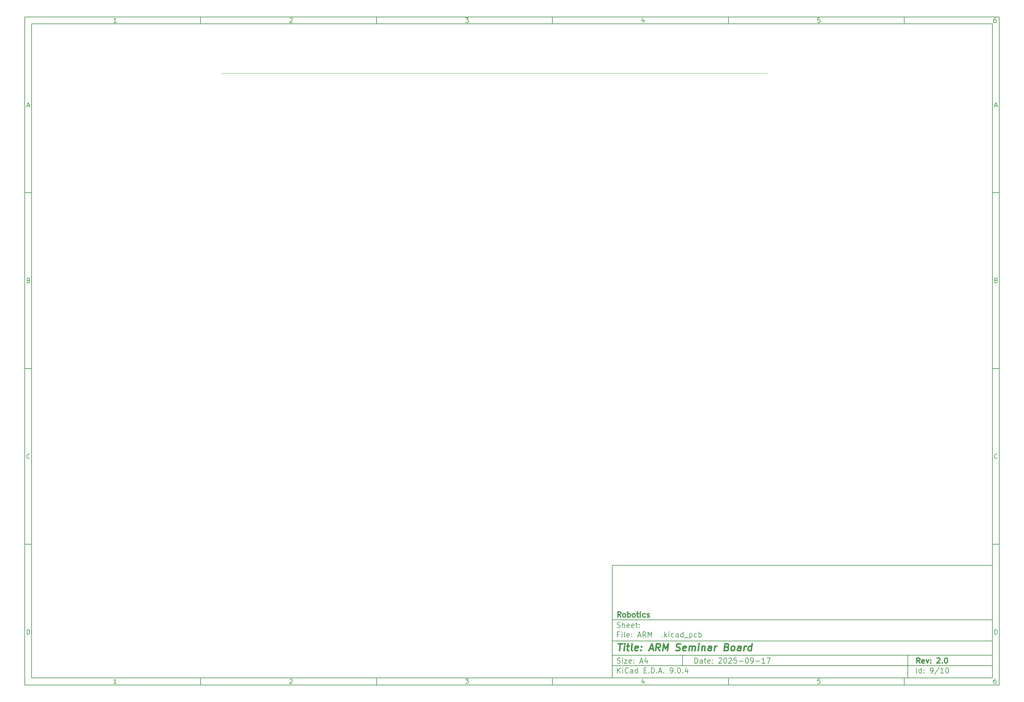
<source format=gbr>
G04 #@! TF.GenerationSoftware,KiCad,Pcbnew,9.0.4*
G04 #@! TF.CreationDate,2025-09-17T17:29:24+09:00*
G04 #@! TF.ProjectId,ARM ___ __,41524d20-38f8-4982-90f4-dc2e6b696361,2.0*
G04 #@! TF.SameCoordinates,Original*
G04 #@! TF.FileFunction,Other,ECO1*
%FSLAX46Y46*%
G04 Gerber Fmt 4.6, Leading zero omitted, Abs format (unit mm)*
G04 Created by KiCad (PCBNEW 9.0.4) date 2025-09-17 17:29:24*
%MOMM*%
%LPD*%
G01*
G04 APERTURE LIST*
%ADD10C,0.100000*%
%ADD11C,0.150000*%
%ADD12C,0.300000*%
%ADD13C,0.400000*%
G04 APERTURE END LIST*
D10*
D11*
X177002200Y-166007200D02*
X285002200Y-166007200D01*
X285002200Y-198007200D01*
X177002200Y-198007200D01*
X177002200Y-166007200D01*
D10*
D11*
X10000000Y-10000000D02*
X287002200Y-10000000D01*
X287002200Y-200007200D01*
X10000000Y-200007200D01*
X10000000Y-10000000D01*
D10*
D11*
X12000000Y-12000000D02*
X285002200Y-12000000D01*
X285002200Y-198007200D01*
X12000000Y-198007200D01*
X12000000Y-12000000D01*
D10*
D11*
X60000000Y-12000000D02*
X60000000Y-10000000D01*
D10*
D11*
X110000000Y-12000000D02*
X110000000Y-10000000D01*
D10*
D11*
X160000000Y-12000000D02*
X160000000Y-10000000D01*
D10*
D11*
X210000000Y-12000000D02*
X210000000Y-10000000D01*
D10*
D11*
X260000000Y-12000000D02*
X260000000Y-10000000D01*
D10*
D11*
X36089160Y-11593604D02*
X35346303Y-11593604D01*
X35717731Y-11593604D02*
X35717731Y-10293604D01*
X35717731Y-10293604D02*
X35593922Y-10479319D01*
X35593922Y-10479319D02*
X35470112Y-10603128D01*
X35470112Y-10603128D02*
X35346303Y-10665033D01*
D10*
D11*
X85346303Y-10417414D02*
X85408207Y-10355509D01*
X85408207Y-10355509D02*
X85532017Y-10293604D01*
X85532017Y-10293604D02*
X85841541Y-10293604D01*
X85841541Y-10293604D02*
X85965350Y-10355509D01*
X85965350Y-10355509D02*
X86027255Y-10417414D01*
X86027255Y-10417414D02*
X86089160Y-10541223D01*
X86089160Y-10541223D02*
X86089160Y-10665033D01*
X86089160Y-10665033D02*
X86027255Y-10850747D01*
X86027255Y-10850747D02*
X85284398Y-11593604D01*
X85284398Y-11593604D02*
X86089160Y-11593604D01*
D10*
D11*
X135284398Y-10293604D02*
X136089160Y-10293604D01*
X136089160Y-10293604D02*
X135655826Y-10788842D01*
X135655826Y-10788842D02*
X135841541Y-10788842D01*
X135841541Y-10788842D02*
X135965350Y-10850747D01*
X135965350Y-10850747D02*
X136027255Y-10912652D01*
X136027255Y-10912652D02*
X136089160Y-11036461D01*
X136089160Y-11036461D02*
X136089160Y-11345985D01*
X136089160Y-11345985D02*
X136027255Y-11469795D01*
X136027255Y-11469795D02*
X135965350Y-11531700D01*
X135965350Y-11531700D02*
X135841541Y-11593604D01*
X135841541Y-11593604D02*
X135470112Y-11593604D01*
X135470112Y-11593604D02*
X135346303Y-11531700D01*
X135346303Y-11531700D02*
X135284398Y-11469795D01*
D10*
D11*
X185965350Y-10726938D02*
X185965350Y-11593604D01*
X185655826Y-10231700D02*
X185346303Y-11160271D01*
X185346303Y-11160271D02*
X186151064Y-11160271D01*
D10*
D11*
X236027255Y-10293604D02*
X235408207Y-10293604D01*
X235408207Y-10293604D02*
X235346303Y-10912652D01*
X235346303Y-10912652D02*
X235408207Y-10850747D01*
X235408207Y-10850747D02*
X235532017Y-10788842D01*
X235532017Y-10788842D02*
X235841541Y-10788842D01*
X235841541Y-10788842D02*
X235965350Y-10850747D01*
X235965350Y-10850747D02*
X236027255Y-10912652D01*
X236027255Y-10912652D02*
X236089160Y-11036461D01*
X236089160Y-11036461D02*
X236089160Y-11345985D01*
X236089160Y-11345985D02*
X236027255Y-11469795D01*
X236027255Y-11469795D02*
X235965350Y-11531700D01*
X235965350Y-11531700D02*
X235841541Y-11593604D01*
X235841541Y-11593604D02*
X235532017Y-11593604D01*
X235532017Y-11593604D02*
X235408207Y-11531700D01*
X235408207Y-11531700D02*
X235346303Y-11469795D01*
D10*
D11*
X285965350Y-10293604D02*
X285717731Y-10293604D01*
X285717731Y-10293604D02*
X285593922Y-10355509D01*
X285593922Y-10355509D02*
X285532017Y-10417414D01*
X285532017Y-10417414D02*
X285408207Y-10603128D01*
X285408207Y-10603128D02*
X285346303Y-10850747D01*
X285346303Y-10850747D02*
X285346303Y-11345985D01*
X285346303Y-11345985D02*
X285408207Y-11469795D01*
X285408207Y-11469795D02*
X285470112Y-11531700D01*
X285470112Y-11531700D02*
X285593922Y-11593604D01*
X285593922Y-11593604D02*
X285841541Y-11593604D01*
X285841541Y-11593604D02*
X285965350Y-11531700D01*
X285965350Y-11531700D02*
X286027255Y-11469795D01*
X286027255Y-11469795D02*
X286089160Y-11345985D01*
X286089160Y-11345985D02*
X286089160Y-11036461D01*
X286089160Y-11036461D02*
X286027255Y-10912652D01*
X286027255Y-10912652D02*
X285965350Y-10850747D01*
X285965350Y-10850747D02*
X285841541Y-10788842D01*
X285841541Y-10788842D02*
X285593922Y-10788842D01*
X285593922Y-10788842D02*
X285470112Y-10850747D01*
X285470112Y-10850747D02*
X285408207Y-10912652D01*
X285408207Y-10912652D02*
X285346303Y-11036461D01*
D10*
D11*
X60000000Y-198007200D02*
X60000000Y-200007200D01*
D10*
D11*
X110000000Y-198007200D02*
X110000000Y-200007200D01*
D10*
D11*
X160000000Y-198007200D02*
X160000000Y-200007200D01*
D10*
D11*
X210000000Y-198007200D02*
X210000000Y-200007200D01*
D10*
D11*
X260000000Y-198007200D02*
X260000000Y-200007200D01*
D10*
D11*
X36089160Y-199600804D02*
X35346303Y-199600804D01*
X35717731Y-199600804D02*
X35717731Y-198300804D01*
X35717731Y-198300804D02*
X35593922Y-198486519D01*
X35593922Y-198486519D02*
X35470112Y-198610328D01*
X35470112Y-198610328D02*
X35346303Y-198672233D01*
D10*
D11*
X85346303Y-198424614D02*
X85408207Y-198362709D01*
X85408207Y-198362709D02*
X85532017Y-198300804D01*
X85532017Y-198300804D02*
X85841541Y-198300804D01*
X85841541Y-198300804D02*
X85965350Y-198362709D01*
X85965350Y-198362709D02*
X86027255Y-198424614D01*
X86027255Y-198424614D02*
X86089160Y-198548423D01*
X86089160Y-198548423D02*
X86089160Y-198672233D01*
X86089160Y-198672233D02*
X86027255Y-198857947D01*
X86027255Y-198857947D02*
X85284398Y-199600804D01*
X85284398Y-199600804D02*
X86089160Y-199600804D01*
D10*
D11*
X135284398Y-198300804D02*
X136089160Y-198300804D01*
X136089160Y-198300804D02*
X135655826Y-198796042D01*
X135655826Y-198796042D02*
X135841541Y-198796042D01*
X135841541Y-198796042D02*
X135965350Y-198857947D01*
X135965350Y-198857947D02*
X136027255Y-198919852D01*
X136027255Y-198919852D02*
X136089160Y-199043661D01*
X136089160Y-199043661D02*
X136089160Y-199353185D01*
X136089160Y-199353185D02*
X136027255Y-199476995D01*
X136027255Y-199476995D02*
X135965350Y-199538900D01*
X135965350Y-199538900D02*
X135841541Y-199600804D01*
X135841541Y-199600804D02*
X135470112Y-199600804D01*
X135470112Y-199600804D02*
X135346303Y-199538900D01*
X135346303Y-199538900D02*
X135284398Y-199476995D01*
D10*
D11*
X185965350Y-198734138D02*
X185965350Y-199600804D01*
X185655826Y-198238900D02*
X185346303Y-199167471D01*
X185346303Y-199167471D02*
X186151064Y-199167471D01*
D10*
D11*
X236027255Y-198300804D02*
X235408207Y-198300804D01*
X235408207Y-198300804D02*
X235346303Y-198919852D01*
X235346303Y-198919852D02*
X235408207Y-198857947D01*
X235408207Y-198857947D02*
X235532017Y-198796042D01*
X235532017Y-198796042D02*
X235841541Y-198796042D01*
X235841541Y-198796042D02*
X235965350Y-198857947D01*
X235965350Y-198857947D02*
X236027255Y-198919852D01*
X236027255Y-198919852D02*
X236089160Y-199043661D01*
X236089160Y-199043661D02*
X236089160Y-199353185D01*
X236089160Y-199353185D02*
X236027255Y-199476995D01*
X236027255Y-199476995D02*
X235965350Y-199538900D01*
X235965350Y-199538900D02*
X235841541Y-199600804D01*
X235841541Y-199600804D02*
X235532017Y-199600804D01*
X235532017Y-199600804D02*
X235408207Y-199538900D01*
X235408207Y-199538900D02*
X235346303Y-199476995D01*
D10*
D11*
X285965350Y-198300804D02*
X285717731Y-198300804D01*
X285717731Y-198300804D02*
X285593922Y-198362709D01*
X285593922Y-198362709D02*
X285532017Y-198424614D01*
X285532017Y-198424614D02*
X285408207Y-198610328D01*
X285408207Y-198610328D02*
X285346303Y-198857947D01*
X285346303Y-198857947D02*
X285346303Y-199353185D01*
X285346303Y-199353185D02*
X285408207Y-199476995D01*
X285408207Y-199476995D02*
X285470112Y-199538900D01*
X285470112Y-199538900D02*
X285593922Y-199600804D01*
X285593922Y-199600804D02*
X285841541Y-199600804D01*
X285841541Y-199600804D02*
X285965350Y-199538900D01*
X285965350Y-199538900D02*
X286027255Y-199476995D01*
X286027255Y-199476995D02*
X286089160Y-199353185D01*
X286089160Y-199353185D02*
X286089160Y-199043661D01*
X286089160Y-199043661D02*
X286027255Y-198919852D01*
X286027255Y-198919852D02*
X285965350Y-198857947D01*
X285965350Y-198857947D02*
X285841541Y-198796042D01*
X285841541Y-198796042D02*
X285593922Y-198796042D01*
X285593922Y-198796042D02*
X285470112Y-198857947D01*
X285470112Y-198857947D02*
X285408207Y-198919852D01*
X285408207Y-198919852D02*
X285346303Y-199043661D01*
D10*
D11*
X10000000Y-60000000D02*
X12000000Y-60000000D01*
D10*
D11*
X10000000Y-110000000D02*
X12000000Y-110000000D01*
D10*
D11*
X10000000Y-160000000D02*
X12000000Y-160000000D01*
D10*
D11*
X10690476Y-35222176D02*
X11309523Y-35222176D01*
X10566666Y-35593604D02*
X10999999Y-34293604D01*
X10999999Y-34293604D02*
X11433333Y-35593604D01*
D10*
D11*
X11092857Y-84912652D02*
X11278571Y-84974557D01*
X11278571Y-84974557D02*
X11340476Y-85036461D01*
X11340476Y-85036461D02*
X11402380Y-85160271D01*
X11402380Y-85160271D02*
X11402380Y-85345985D01*
X11402380Y-85345985D02*
X11340476Y-85469795D01*
X11340476Y-85469795D02*
X11278571Y-85531700D01*
X11278571Y-85531700D02*
X11154761Y-85593604D01*
X11154761Y-85593604D02*
X10659523Y-85593604D01*
X10659523Y-85593604D02*
X10659523Y-84293604D01*
X10659523Y-84293604D02*
X11092857Y-84293604D01*
X11092857Y-84293604D02*
X11216666Y-84355509D01*
X11216666Y-84355509D02*
X11278571Y-84417414D01*
X11278571Y-84417414D02*
X11340476Y-84541223D01*
X11340476Y-84541223D02*
X11340476Y-84665033D01*
X11340476Y-84665033D02*
X11278571Y-84788842D01*
X11278571Y-84788842D02*
X11216666Y-84850747D01*
X11216666Y-84850747D02*
X11092857Y-84912652D01*
X11092857Y-84912652D02*
X10659523Y-84912652D01*
D10*
D11*
X11402380Y-135469795D02*
X11340476Y-135531700D01*
X11340476Y-135531700D02*
X11154761Y-135593604D01*
X11154761Y-135593604D02*
X11030952Y-135593604D01*
X11030952Y-135593604D02*
X10845238Y-135531700D01*
X10845238Y-135531700D02*
X10721428Y-135407890D01*
X10721428Y-135407890D02*
X10659523Y-135284080D01*
X10659523Y-135284080D02*
X10597619Y-135036461D01*
X10597619Y-135036461D02*
X10597619Y-134850747D01*
X10597619Y-134850747D02*
X10659523Y-134603128D01*
X10659523Y-134603128D02*
X10721428Y-134479319D01*
X10721428Y-134479319D02*
X10845238Y-134355509D01*
X10845238Y-134355509D02*
X11030952Y-134293604D01*
X11030952Y-134293604D02*
X11154761Y-134293604D01*
X11154761Y-134293604D02*
X11340476Y-134355509D01*
X11340476Y-134355509D02*
X11402380Y-134417414D01*
D10*
D11*
X10659523Y-185593604D02*
X10659523Y-184293604D01*
X10659523Y-184293604D02*
X10969047Y-184293604D01*
X10969047Y-184293604D02*
X11154761Y-184355509D01*
X11154761Y-184355509D02*
X11278571Y-184479319D01*
X11278571Y-184479319D02*
X11340476Y-184603128D01*
X11340476Y-184603128D02*
X11402380Y-184850747D01*
X11402380Y-184850747D02*
X11402380Y-185036461D01*
X11402380Y-185036461D02*
X11340476Y-185284080D01*
X11340476Y-185284080D02*
X11278571Y-185407890D01*
X11278571Y-185407890D02*
X11154761Y-185531700D01*
X11154761Y-185531700D02*
X10969047Y-185593604D01*
X10969047Y-185593604D02*
X10659523Y-185593604D01*
D10*
D11*
X287002200Y-60000000D02*
X285002200Y-60000000D01*
D10*
D11*
X287002200Y-110000000D02*
X285002200Y-110000000D01*
D10*
D11*
X287002200Y-160000000D02*
X285002200Y-160000000D01*
D10*
D11*
X285692676Y-35222176D02*
X286311723Y-35222176D01*
X285568866Y-35593604D02*
X286002199Y-34293604D01*
X286002199Y-34293604D02*
X286435533Y-35593604D01*
D10*
D11*
X286095057Y-84912652D02*
X286280771Y-84974557D01*
X286280771Y-84974557D02*
X286342676Y-85036461D01*
X286342676Y-85036461D02*
X286404580Y-85160271D01*
X286404580Y-85160271D02*
X286404580Y-85345985D01*
X286404580Y-85345985D02*
X286342676Y-85469795D01*
X286342676Y-85469795D02*
X286280771Y-85531700D01*
X286280771Y-85531700D02*
X286156961Y-85593604D01*
X286156961Y-85593604D02*
X285661723Y-85593604D01*
X285661723Y-85593604D02*
X285661723Y-84293604D01*
X285661723Y-84293604D02*
X286095057Y-84293604D01*
X286095057Y-84293604D02*
X286218866Y-84355509D01*
X286218866Y-84355509D02*
X286280771Y-84417414D01*
X286280771Y-84417414D02*
X286342676Y-84541223D01*
X286342676Y-84541223D02*
X286342676Y-84665033D01*
X286342676Y-84665033D02*
X286280771Y-84788842D01*
X286280771Y-84788842D02*
X286218866Y-84850747D01*
X286218866Y-84850747D02*
X286095057Y-84912652D01*
X286095057Y-84912652D02*
X285661723Y-84912652D01*
D10*
D11*
X286404580Y-135469795D02*
X286342676Y-135531700D01*
X286342676Y-135531700D02*
X286156961Y-135593604D01*
X286156961Y-135593604D02*
X286033152Y-135593604D01*
X286033152Y-135593604D02*
X285847438Y-135531700D01*
X285847438Y-135531700D02*
X285723628Y-135407890D01*
X285723628Y-135407890D02*
X285661723Y-135284080D01*
X285661723Y-135284080D02*
X285599819Y-135036461D01*
X285599819Y-135036461D02*
X285599819Y-134850747D01*
X285599819Y-134850747D02*
X285661723Y-134603128D01*
X285661723Y-134603128D02*
X285723628Y-134479319D01*
X285723628Y-134479319D02*
X285847438Y-134355509D01*
X285847438Y-134355509D02*
X286033152Y-134293604D01*
X286033152Y-134293604D02*
X286156961Y-134293604D01*
X286156961Y-134293604D02*
X286342676Y-134355509D01*
X286342676Y-134355509D02*
X286404580Y-134417414D01*
D10*
D11*
X285661723Y-185593604D02*
X285661723Y-184293604D01*
X285661723Y-184293604D02*
X285971247Y-184293604D01*
X285971247Y-184293604D02*
X286156961Y-184355509D01*
X286156961Y-184355509D02*
X286280771Y-184479319D01*
X286280771Y-184479319D02*
X286342676Y-184603128D01*
X286342676Y-184603128D02*
X286404580Y-184850747D01*
X286404580Y-184850747D02*
X286404580Y-185036461D01*
X286404580Y-185036461D02*
X286342676Y-185284080D01*
X286342676Y-185284080D02*
X286280771Y-185407890D01*
X286280771Y-185407890D02*
X286156961Y-185531700D01*
X286156961Y-185531700D02*
X285971247Y-185593604D01*
X285971247Y-185593604D02*
X285661723Y-185593604D01*
D10*
D11*
X200458026Y-193793328D02*
X200458026Y-192293328D01*
X200458026Y-192293328D02*
X200815169Y-192293328D01*
X200815169Y-192293328D02*
X201029455Y-192364757D01*
X201029455Y-192364757D02*
X201172312Y-192507614D01*
X201172312Y-192507614D02*
X201243741Y-192650471D01*
X201243741Y-192650471D02*
X201315169Y-192936185D01*
X201315169Y-192936185D02*
X201315169Y-193150471D01*
X201315169Y-193150471D02*
X201243741Y-193436185D01*
X201243741Y-193436185D02*
X201172312Y-193579042D01*
X201172312Y-193579042D02*
X201029455Y-193721900D01*
X201029455Y-193721900D02*
X200815169Y-193793328D01*
X200815169Y-193793328D02*
X200458026Y-193793328D01*
X202600884Y-193793328D02*
X202600884Y-193007614D01*
X202600884Y-193007614D02*
X202529455Y-192864757D01*
X202529455Y-192864757D02*
X202386598Y-192793328D01*
X202386598Y-192793328D02*
X202100884Y-192793328D01*
X202100884Y-192793328D02*
X201958026Y-192864757D01*
X202600884Y-193721900D02*
X202458026Y-193793328D01*
X202458026Y-193793328D02*
X202100884Y-193793328D01*
X202100884Y-193793328D02*
X201958026Y-193721900D01*
X201958026Y-193721900D02*
X201886598Y-193579042D01*
X201886598Y-193579042D02*
X201886598Y-193436185D01*
X201886598Y-193436185D02*
X201958026Y-193293328D01*
X201958026Y-193293328D02*
X202100884Y-193221900D01*
X202100884Y-193221900D02*
X202458026Y-193221900D01*
X202458026Y-193221900D02*
X202600884Y-193150471D01*
X203100884Y-192793328D02*
X203672312Y-192793328D01*
X203315169Y-192293328D02*
X203315169Y-193579042D01*
X203315169Y-193579042D02*
X203386598Y-193721900D01*
X203386598Y-193721900D02*
X203529455Y-193793328D01*
X203529455Y-193793328D02*
X203672312Y-193793328D01*
X204743741Y-193721900D02*
X204600884Y-193793328D01*
X204600884Y-193793328D02*
X204315170Y-193793328D01*
X204315170Y-193793328D02*
X204172312Y-193721900D01*
X204172312Y-193721900D02*
X204100884Y-193579042D01*
X204100884Y-193579042D02*
X204100884Y-193007614D01*
X204100884Y-193007614D02*
X204172312Y-192864757D01*
X204172312Y-192864757D02*
X204315170Y-192793328D01*
X204315170Y-192793328D02*
X204600884Y-192793328D01*
X204600884Y-192793328D02*
X204743741Y-192864757D01*
X204743741Y-192864757D02*
X204815170Y-193007614D01*
X204815170Y-193007614D02*
X204815170Y-193150471D01*
X204815170Y-193150471D02*
X204100884Y-193293328D01*
X205458026Y-193650471D02*
X205529455Y-193721900D01*
X205529455Y-193721900D02*
X205458026Y-193793328D01*
X205458026Y-193793328D02*
X205386598Y-193721900D01*
X205386598Y-193721900D02*
X205458026Y-193650471D01*
X205458026Y-193650471D02*
X205458026Y-193793328D01*
X205458026Y-192864757D02*
X205529455Y-192936185D01*
X205529455Y-192936185D02*
X205458026Y-193007614D01*
X205458026Y-193007614D02*
X205386598Y-192936185D01*
X205386598Y-192936185D02*
X205458026Y-192864757D01*
X205458026Y-192864757D02*
X205458026Y-193007614D01*
X207243741Y-192436185D02*
X207315169Y-192364757D01*
X207315169Y-192364757D02*
X207458027Y-192293328D01*
X207458027Y-192293328D02*
X207815169Y-192293328D01*
X207815169Y-192293328D02*
X207958027Y-192364757D01*
X207958027Y-192364757D02*
X208029455Y-192436185D01*
X208029455Y-192436185D02*
X208100884Y-192579042D01*
X208100884Y-192579042D02*
X208100884Y-192721900D01*
X208100884Y-192721900D02*
X208029455Y-192936185D01*
X208029455Y-192936185D02*
X207172312Y-193793328D01*
X207172312Y-193793328D02*
X208100884Y-193793328D01*
X209029455Y-192293328D02*
X209172312Y-192293328D01*
X209172312Y-192293328D02*
X209315169Y-192364757D01*
X209315169Y-192364757D02*
X209386598Y-192436185D01*
X209386598Y-192436185D02*
X209458026Y-192579042D01*
X209458026Y-192579042D02*
X209529455Y-192864757D01*
X209529455Y-192864757D02*
X209529455Y-193221900D01*
X209529455Y-193221900D02*
X209458026Y-193507614D01*
X209458026Y-193507614D02*
X209386598Y-193650471D01*
X209386598Y-193650471D02*
X209315169Y-193721900D01*
X209315169Y-193721900D02*
X209172312Y-193793328D01*
X209172312Y-193793328D02*
X209029455Y-193793328D01*
X209029455Y-193793328D02*
X208886598Y-193721900D01*
X208886598Y-193721900D02*
X208815169Y-193650471D01*
X208815169Y-193650471D02*
X208743740Y-193507614D01*
X208743740Y-193507614D02*
X208672312Y-193221900D01*
X208672312Y-193221900D02*
X208672312Y-192864757D01*
X208672312Y-192864757D02*
X208743740Y-192579042D01*
X208743740Y-192579042D02*
X208815169Y-192436185D01*
X208815169Y-192436185D02*
X208886598Y-192364757D01*
X208886598Y-192364757D02*
X209029455Y-192293328D01*
X210100883Y-192436185D02*
X210172311Y-192364757D01*
X210172311Y-192364757D02*
X210315169Y-192293328D01*
X210315169Y-192293328D02*
X210672311Y-192293328D01*
X210672311Y-192293328D02*
X210815169Y-192364757D01*
X210815169Y-192364757D02*
X210886597Y-192436185D01*
X210886597Y-192436185D02*
X210958026Y-192579042D01*
X210958026Y-192579042D02*
X210958026Y-192721900D01*
X210958026Y-192721900D02*
X210886597Y-192936185D01*
X210886597Y-192936185D02*
X210029454Y-193793328D01*
X210029454Y-193793328D02*
X210958026Y-193793328D01*
X212315168Y-192293328D02*
X211600882Y-192293328D01*
X211600882Y-192293328D02*
X211529454Y-193007614D01*
X211529454Y-193007614D02*
X211600882Y-192936185D01*
X211600882Y-192936185D02*
X211743740Y-192864757D01*
X211743740Y-192864757D02*
X212100882Y-192864757D01*
X212100882Y-192864757D02*
X212243740Y-192936185D01*
X212243740Y-192936185D02*
X212315168Y-193007614D01*
X212315168Y-193007614D02*
X212386597Y-193150471D01*
X212386597Y-193150471D02*
X212386597Y-193507614D01*
X212386597Y-193507614D02*
X212315168Y-193650471D01*
X212315168Y-193650471D02*
X212243740Y-193721900D01*
X212243740Y-193721900D02*
X212100882Y-193793328D01*
X212100882Y-193793328D02*
X211743740Y-193793328D01*
X211743740Y-193793328D02*
X211600882Y-193721900D01*
X211600882Y-193721900D02*
X211529454Y-193650471D01*
X213029453Y-193221900D02*
X214172311Y-193221900D01*
X215172311Y-192293328D02*
X215315168Y-192293328D01*
X215315168Y-192293328D02*
X215458025Y-192364757D01*
X215458025Y-192364757D02*
X215529454Y-192436185D01*
X215529454Y-192436185D02*
X215600882Y-192579042D01*
X215600882Y-192579042D02*
X215672311Y-192864757D01*
X215672311Y-192864757D02*
X215672311Y-193221900D01*
X215672311Y-193221900D02*
X215600882Y-193507614D01*
X215600882Y-193507614D02*
X215529454Y-193650471D01*
X215529454Y-193650471D02*
X215458025Y-193721900D01*
X215458025Y-193721900D02*
X215315168Y-193793328D01*
X215315168Y-193793328D02*
X215172311Y-193793328D01*
X215172311Y-193793328D02*
X215029454Y-193721900D01*
X215029454Y-193721900D02*
X214958025Y-193650471D01*
X214958025Y-193650471D02*
X214886596Y-193507614D01*
X214886596Y-193507614D02*
X214815168Y-193221900D01*
X214815168Y-193221900D02*
X214815168Y-192864757D01*
X214815168Y-192864757D02*
X214886596Y-192579042D01*
X214886596Y-192579042D02*
X214958025Y-192436185D01*
X214958025Y-192436185D02*
X215029454Y-192364757D01*
X215029454Y-192364757D02*
X215172311Y-192293328D01*
X216386596Y-193793328D02*
X216672310Y-193793328D01*
X216672310Y-193793328D02*
X216815167Y-193721900D01*
X216815167Y-193721900D02*
X216886596Y-193650471D01*
X216886596Y-193650471D02*
X217029453Y-193436185D01*
X217029453Y-193436185D02*
X217100882Y-193150471D01*
X217100882Y-193150471D02*
X217100882Y-192579042D01*
X217100882Y-192579042D02*
X217029453Y-192436185D01*
X217029453Y-192436185D02*
X216958025Y-192364757D01*
X216958025Y-192364757D02*
X216815167Y-192293328D01*
X216815167Y-192293328D02*
X216529453Y-192293328D01*
X216529453Y-192293328D02*
X216386596Y-192364757D01*
X216386596Y-192364757D02*
X216315167Y-192436185D01*
X216315167Y-192436185D02*
X216243739Y-192579042D01*
X216243739Y-192579042D02*
X216243739Y-192936185D01*
X216243739Y-192936185D02*
X216315167Y-193079042D01*
X216315167Y-193079042D02*
X216386596Y-193150471D01*
X216386596Y-193150471D02*
X216529453Y-193221900D01*
X216529453Y-193221900D02*
X216815167Y-193221900D01*
X216815167Y-193221900D02*
X216958025Y-193150471D01*
X216958025Y-193150471D02*
X217029453Y-193079042D01*
X217029453Y-193079042D02*
X217100882Y-192936185D01*
X217743738Y-193221900D02*
X218886596Y-193221900D01*
X220386596Y-193793328D02*
X219529453Y-193793328D01*
X219958024Y-193793328D02*
X219958024Y-192293328D01*
X219958024Y-192293328D02*
X219815167Y-192507614D01*
X219815167Y-192507614D02*
X219672310Y-192650471D01*
X219672310Y-192650471D02*
X219529453Y-192721900D01*
X220886595Y-192293328D02*
X221886595Y-192293328D01*
X221886595Y-192293328D02*
X221243738Y-193793328D01*
D10*
D11*
X177002200Y-194507200D02*
X285002200Y-194507200D01*
D10*
D11*
X178458026Y-196593328D02*
X178458026Y-195093328D01*
X179315169Y-196593328D02*
X178672312Y-195736185D01*
X179315169Y-195093328D02*
X178458026Y-195950471D01*
X179958026Y-196593328D02*
X179958026Y-195593328D01*
X179958026Y-195093328D02*
X179886598Y-195164757D01*
X179886598Y-195164757D02*
X179958026Y-195236185D01*
X179958026Y-195236185D02*
X180029455Y-195164757D01*
X180029455Y-195164757D02*
X179958026Y-195093328D01*
X179958026Y-195093328D02*
X179958026Y-195236185D01*
X181529455Y-196450471D02*
X181458027Y-196521900D01*
X181458027Y-196521900D02*
X181243741Y-196593328D01*
X181243741Y-196593328D02*
X181100884Y-196593328D01*
X181100884Y-196593328D02*
X180886598Y-196521900D01*
X180886598Y-196521900D02*
X180743741Y-196379042D01*
X180743741Y-196379042D02*
X180672312Y-196236185D01*
X180672312Y-196236185D02*
X180600884Y-195950471D01*
X180600884Y-195950471D02*
X180600884Y-195736185D01*
X180600884Y-195736185D02*
X180672312Y-195450471D01*
X180672312Y-195450471D02*
X180743741Y-195307614D01*
X180743741Y-195307614D02*
X180886598Y-195164757D01*
X180886598Y-195164757D02*
X181100884Y-195093328D01*
X181100884Y-195093328D02*
X181243741Y-195093328D01*
X181243741Y-195093328D02*
X181458027Y-195164757D01*
X181458027Y-195164757D02*
X181529455Y-195236185D01*
X182815170Y-196593328D02*
X182815170Y-195807614D01*
X182815170Y-195807614D02*
X182743741Y-195664757D01*
X182743741Y-195664757D02*
X182600884Y-195593328D01*
X182600884Y-195593328D02*
X182315170Y-195593328D01*
X182315170Y-195593328D02*
X182172312Y-195664757D01*
X182815170Y-196521900D02*
X182672312Y-196593328D01*
X182672312Y-196593328D02*
X182315170Y-196593328D01*
X182315170Y-196593328D02*
X182172312Y-196521900D01*
X182172312Y-196521900D02*
X182100884Y-196379042D01*
X182100884Y-196379042D02*
X182100884Y-196236185D01*
X182100884Y-196236185D02*
X182172312Y-196093328D01*
X182172312Y-196093328D02*
X182315170Y-196021900D01*
X182315170Y-196021900D02*
X182672312Y-196021900D01*
X182672312Y-196021900D02*
X182815170Y-195950471D01*
X184172313Y-196593328D02*
X184172313Y-195093328D01*
X184172313Y-196521900D02*
X184029455Y-196593328D01*
X184029455Y-196593328D02*
X183743741Y-196593328D01*
X183743741Y-196593328D02*
X183600884Y-196521900D01*
X183600884Y-196521900D02*
X183529455Y-196450471D01*
X183529455Y-196450471D02*
X183458027Y-196307614D01*
X183458027Y-196307614D02*
X183458027Y-195879042D01*
X183458027Y-195879042D02*
X183529455Y-195736185D01*
X183529455Y-195736185D02*
X183600884Y-195664757D01*
X183600884Y-195664757D02*
X183743741Y-195593328D01*
X183743741Y-195593328D02*
X184029455Y-195593328D01*
X184029455Y-195593328D02*
X184172313Y-195664757D01*
X186029455Y-195807614D02*
X186529455Y-195807614D01*
X186743741Y-196593328D02*
X186029455Y-196593328D01*
X186029455Y-196593328D02*
X186029455Y-195093328D01*
X186029455Y-195093328D02*
X186743741Y-195093328D01*
X187386598Y-196450471D02*
X187458027Y-196521900D01*
X187458027Y-196521900D02*
X187386598Y-196593328D01*
X187386598Y-196593328D02*
X187315170Y-196521900D01*
X187315170Y-196521900D02*
X187386598Y-196450471D01*
X187386598Y-196450471D02*
X187386598Y-196593328D01*
X188100884Y-196593328D02*
X188100884Y-195093328D01*
X188100884Y-195093328D02*
X188458027Y-195093328D01*
X188458027Y-195093328D02*
X188672313Y-195164757D01*
X188672313Y-195164757D02*
X188815170Y-195307614D01*
X188815170Y-195307614D02*
X188886599Y-195450471D01*
X188886599Y-195450471D02*
X188958027Y-195736185D01*
X188958027Y-195736185D02*
X188958027Y-195950471D01*
X188958027Y-195950471D02*
X188886599Y-196236185D01*
X188886599Y-196236185D02*
X188815170Y-196379042D01*
X188815170Y-196379042D02*
X188672313Y-196521900D01*
X188672313Y-196521900D02*
X188458027Y-196593328D01*
X188458027Y-196593328D02*
X188100884Y-196593328D01*
X189600884Y-196450471D02*
X189672313Y-196521900D01*
X189672313Y-196521900D02*
X189600884Y-196593328D01*
X189600884Y-196593328D02*
X189529456Y-196521900D01*
X189529456Y-196521900D02*
X189600884Y-196450471D01*
X189600884Y-196450471D02*
X189600884Y-196593328D01*
X190243742Y-196164757D02*
X190958028Y-196164757D01*
X190100885Y-196593328D02*
X190600885Y-195093328D01*
X190600885Y-195093328D02*
X191100885Y-196593328D01*
X191600884Y-196450471D02*
X191672313Y-196521900D01*
X191672313Y-196521900D02*
X191600884Y-196593328D01*
X191600884Y-196593328D02*
X191529456Y-196521900D01*
X191529456Y-196521900D02*
X191600884Y-196450471D01*
X191600884Y-196450471D02*
X191600884Y-196593328D01*
X193529456Y-196593328D02*
X193815170Y-196593328D01*
X193815170Y-196593328D02*
X193958027Y-196521900D01*
X193958027Y-196521900D02*
X194029456Y-196450471D01*
X194029456Y-196450471D02*
X194172313Y-196236185D01*
X194172313Y-196236185D02*
X194243742Y-195950471D01*
X194243742Y-195950471D02*
X194243742Y-195379042D01*
X194243742Y-195379042D02*
X194172313Y-195236185D01*
X194172313Y-195236185D02*
X194100885Y-195164757D01*
X194100885Y-195164757D02*
X193958027Y-195093328D01*
X193958027Y-195093328D02*
X193672313Y-195093328D01*
X193672313Y-195093328D02*
X193529456Y-195164757D01*
X193529456Y-195164757D02*
X193458027Y-195236185D01*
X193458027Y-195236185D02*
X193386599Y-195379042D01*
X193386599Y-195379042D02*
X193386599Y-195736185D01*
X193386599Y-195736185D02*
X193458027Y-195879042D01*
X193458027Y-195879042D02*
X193529456Y-195950471D01*
X193529456Y-195950471D02*
X193672313Y-196021900D01*
X193672313Y-196021900D02*
X193958027Y-196021900D01*
X193958027Y-196021900D02*
X194100885Y-195950471D01*
X194100885Y-195950471D02*
X194172313Y-195879042D01*
X194172313Y-195879042D02*
X194243742Y-195736185D01*
X194886598Y-196450471D02*
X194958027Y-196521900D01*
X194958027Y-196521900D02*
X194886598Y-196593328D01*
X194886598Y-196593328D02*
X194815170Y-196521900D01*
X194815170Y-196521900D02*
X194886598Y-196450471D01*
X194886598Y-196450471D02*
X194886598Y-196593328D01*
X195886599Y-195093328D02*
X196029456Y-195093328D01*
X196029456Y-195093328D02*
X196172313Y-195164757D01*
X196172313Y-195164757D02*
X196243742Y-195236185D01*
X196243742Y-195236185D02*
X196315170Y-195379042D01*
X196315170Y-195379042D02*
X196386599Y-195664757D01*
X196386599Y-195664757D02*
X196386599Y-196021900D01*
X196386599Y-196021900D02*
X196315170Y-196307614D01*
X196315170Y-196307614D02*
X196243742Y-196450471D01*
X196243742Y-196450471D02*
X196172313Y-196521900D01*
X196172313Y-196521900D02*
X196029456Y-196593328D01*
X196029456Y-196593328D02*
X195886599Y-196593328D01*
X195886599Y-196593328D02*
X195743742Y-196521900D01*
X195743742Y-196521900D02*
X195672313Y-196450471D01*
X195672313Y-196450471D02*
X195600884Y-196307614D01*
X195600884Y-196307614D02*
X195529456Y-196021900D01*
X195529456Y-196021900D02*
X195529456Y-195664757D01*
X195529456Y-195664757D02*
X195600884Y-195379042D01*
X195600884Y-195379042D02*
X195672313Y-195236185D01*
X195672313Y-195236185D02*
X195743742Y-195164757D01*
X195743742Y-195164757D02*
X195886599Y-195093328D01*
X197029455Y-196450471D02*
X197100884Y-196521900D01*
X197100884Y-196521900D02*
X197029455Y-196593328D01*
X197029455Y-196593328D02*
X196958027Y-196521900D01*
X196958027Y-196521900D02*
X197029455Y-196450471D01*
X197029455Y-196450471D02*
X197029455Y-196593328D01*
X198386599Y-195593328D02*
X198386599Y-196593328D01*
X198029456Y-195021900D02*
X197672313Y-196093328D01*
X197672313Y-196093328D02*
X198600884Y-196093328D01*
D10*
D11*
X177002200Y-191507200D02*
X285002200Y-191507200D01*
D10*
D12*
X264413853Y-193785528D02*
X263913853Y-193071242D01*
X263556710Y-193785528D02*
X263556710Y-192285528D01*
X263556710Y-192285528D02*
X264128139Y-192285528D01*
X264128139Y-192285528D02*
X264270996Y-192356957D01*
X264270996Y-192356957D02*
X264342425Y-192428385D01*
X264342425Y-192428385D02*
X264413853Y-192571242D01*
X264413853Y-192571242D02*
X264413853Y-192785528D01*
X264413853Y-192785528D02*
X264342425Y-192928385D01*
X264342425Y-192928385D02*
X264270996Y-192999814D01*
X264270996Y-192999814D02*
X264128139Y-193071242D01*
X264128139Y-193071242D02*
X263556710Y-193071242D01*
X265628139Y-193714100D02*
X265485282Y-193785528D01*
X265485282Y-193785528D02*
X265199568Y-193785528D01*
X265199568Y-193785528D02*
X265056710Y-193714100D01*
X265056710Y-193714100D02*
X264985282Y-193571242D01*
X264985282Y-193571242D02*
X264985282Y-192999814D01*
X264985282Y-192999814D02*
X265056710Y-192856957D01*
X265056710Y-192856957D02*
X265199568Y-192785528D01*
X265199568Y-192785528D02*
X265485282Y-192785528D01*
X265485282Y-192785528D02*
X265628139Y-192856957D01*
X265628139Y-192856957D02*
X265699568Y-192999814D01*
X265699568Y-192999814D02*
X265699568Y-193142671D01*
X265699568Y-193142671D02*
X264985282Y-193285528D01*
X266199567Y-192785528D02*
X266556710Y-193785528D01*
X266556710Y-193785528D02*
X266913853Y-192785528D01*
X267485281Y-193642671D02*
X267556710Y-193714100D01*
X267556710Y-193714100D02*
X267485281Y-193785528D01*
X267485281Y-193785528D02*
X267413853Y-193714100D01*
X267413853Y-193714100D02*
X267485281Y-193642671D01*
X267485281Y-193642671D02*
X267485281Y-193785528D01*
X267485281Y-192856957D02*
X267556710Y-192928385D01*
X267556710Y-192928385D02*
X267485281Y-192999814D01*
X267485281Y-192999814D02*
X267413853Y-192928385D01*
X267413853Y-192928385D02*
X267485281Y-192856957D01*
X267485281Y-192856957D02*
X267485281Y-192999814D01*
X269270996Y-192428385D02*
X269342424Y-192356957D01*
X269342424Y-192356957D02*
X269485282Y-192285528D01*
X269485282Y-192285528D02*
X269842424Y-192285528D01*
X269842424Y-192285528D02*
X269985282Y-192356957D01*
X269985282Y-192356957D02*
X270056710Y-192428385D01*
X270056710Y-192428385D02*
X270128139Y-192571242D01*
X270128139Y-192571242D02*
X270128139Y-192714100D01*
X270128139Y-192714100D02*
X270056710Y-192928385D01*
X270056710Y-192928385D02*
X269199567Y-193785528D01*
X269199567Y-193785528D02*
X270128139Y-193785528D01*
X270770995Y-193642671D02*
X270842424Y-193714100D01*
X270842424Y-193714100D02*
X270770995Y-193785528D01*
X270770995Y-193785528D02*
X270699567Y-193714100D01*
X270699567Y-193714100D02*
X270770995Y-193642671D01*
X270770995Y-193642671D02*
X270770995Y-193785528D01*
X271770996Y-192285528D02*
X271913853Y-192285528D01*
X271913853Y-192285528D02*
X272056710Y-192356957D01*
X272056710Y-192356957D02*
X272128139Y-192428385D01*
X272128139Y-192428385D02*
X272199567Y-192571242D01*
X272199567Y-192571242D02*
X272270996Y-192856957D01*
X272270996Y-192856957D02*
X272270996Y-193214100D01*
X272270996Y-193214100D02*
X272199567Y-193499814D01*
X272199567Y-193499814D02*
X272128139Y-193642671D01*
X272128139Y-193642671D02*
X272056710Y-193714100D01*
X272056710Y-193714100D02*
X271913853Y-193785528D01*
X271913853Y-193785528D02*
X271770996Y-193785528D01*
X271770996Y-193785528D02*
X271628139Y-193714100D01*
X271628139Y-193714100D02*
X271556710Y-193642671D01*
X271556710Y-193642671D02*
X271485281Y-193499814D01*
X271485281Y-193499814D02*
X271413853Y-193214100D01*
X271413853Y-193214100D02*
X271413853Y-192856957D01*
X271413853Y-192856957D02*
X271485281Y-192571242D01*
X271485281Y-192571242D02*
X271556710Y-192428385D01*
X271556710Y-192428385D02*
X271628139Y-192356957D01*
X271628139Y-192356957D02*
X271770996Y-192285528D01*
D10*
D11*
X178386598Y-193721900D02*
X178600884Y-193793328D01*
X178600884Y-193793328D02*
X178958026Y-193793328D01*
X178958026Y-193793328D02*
X179100884Y-193721900D01*
X179100884Y-193721900D02*
X179172312Y-193650471D01*
X179172312Y-193650471D02*
X179243741Y-193507614D01*
X179243741Y-193507614D02*
X179243741Y-193364757D01*
X179243741Y-193364757D02*
X179172312Y-193221900D01*
X179172312Y-193221900D02*
X179100884Y-193150471D01*
X179100884Y-193150471D02*
X178958026Y-193079042D01*
X178958026Y-193079042D02*
X178672312Y-193007614D01*
X178672312Y-193007614D02*
X178529455Y-192936185D01*
X178529455Y-192936185D02*
X178458026Y-192864757D01*
X178458026Y-192864757D02*
X178386598Y-192721900D01*
X178386598Y-192721900D02*
X178386598Y-192579042D01*
X178386598Y-192579042D02*
X178458026Y-192436185D01*
X178458026Y-192436185D02*
X178529455Y-192364757D01*
X178529455Y-192364757D02*
X178672312Y-192293328D01*
X178672312Y-192293328D02*
X179029455Y-192293328D01*
X179029455Y-192293328D02*
X179243741Y-192364757D01*
X179886597Y-193793328D02*
X179886597Y-192793328D01*
X179886597Y-192293328D02*
X179815169Y-192364757D01*
X179815169Y-192364757D02*
X179886597Y-192436185D01*
X179886597Y-192436185D02*
X179958026Y-192364757D01*
X179958026Y-192364757D02*
X179886597Y-192293328D01*
X179886597Y-192293328D02*
X179886597Y-192436185D01*
X180458026Y-192793328D02*
X181243741Y-192793328D01*
X181243741Y-192793328D02*
X180458026Y-193793328D01*
X180458026Y-193793328D02*
X181243741Y-193793328D01*
X182386598Y-193721900D02*
X182243741Y-193793328D01*
X182243741Y-193793328D02*
X181958027Y-193793328D01*
X181958027Y-193793328D02*
X181815169Y-193721900D01*
X181815169Y-193721900D02*
X181743741Y-193579042D01*
X181743741Y-193579042D02*
X181743741Y-193007614D01*
X181743741Y-193007614D02*
X181815169Y-192864757D01*
X181815169Y-192864757D02*
X181958027Y-192793328D01*
X181958027Y-192793328D02*
X182243741Y-192793328D01*
X182243741Y-192793328D02*
X182386598Y-192864757D01*
X182386598Y-192864757D02*
X182458027Y-193007614D01*
X182458027Y-193007614D02*
X182458027Y-193150471D01*
X182458027Y-193150471D02*
X181743741Y-193293328D01*
X183100883Y-193650471D02*
X183172312Y-193721900D01*
X183172312Y-193721900D02*
X183100883Y-193793328D01*
X183100883Y-193793328D02*
X183029455Y-193721900D01*
X183029455Y-193721900D02*
X183100883Y-193650471D01*
X183100883Y-193650471D02*
X183100883Y-193793328D01*
X183100883Y-192864757D02*
X183172312Y-192936185D01*
X183172312Y-192936185D02*
X183100883Y-193007614D01*
X183100883Y-193007614D02*
X183029455Y-192936185D01*
X183029455Y-192936185D02*
X183100883Y-192864757D01*
X183100883Y-192864757D02*
X183100883Y-193007614D01*
X184886598Y-193364757D02*
X185600884Y-193364757D01*
X184743741Y-193793328D02*
X185243741Y-192293328D01*
X185243741Y-192293328D02*
X185743741Y-193793328D01*
X186886598Y-192793328D02*
X186886598Y-193793328D01*
X186529455Y-192221900D02*
X186172312Y-193293328D01*
X186172312Y-193293328D02*
X187100883Y-193293328D01*
D10*
D11*
X263458026Y-196593328D02*
X263458026Y-195093328D01*
X264815170Y-196593328D02*
X264815170Y-195093328D01*
X264815170Y-196521900D02*
X264672312Y-196593328D01*
X264672312Y-196593328D02*
X264386598Y-196593328D01*
X264386598Y-196593328D02*
X264243741Y-196521900D01*
X264243741Y-196521900D02*
X264172312Y-196450471D01*
X264172312Y-196450471D02*
X264100884Y-196307614D01*
X264100884Y-196307614D02*
X264100884Y-195879042D01*
X264100884Y-195879042D02*
X264172312Y-195736185D01*
X264172312Y-195736185D02*
X264243741Y-195664757D01*
X264243741Y-195664757D02*
X264386598Y-195593328D01*
X264386598Y-195593328D02*
X264672312Y-195593328D01*
X264672312Y-195593328D02*
X264815170Y-195664757D01*
X265529455Y-196450471D02*
X265600884Y-196521900D01*
X265600884Y-196521900D02*
X265529455Y-196593328D01*
X265529455Y-196593328D02*
X265458027Y-196521900D01*
X265458027Y-196521900D02*
X265529455Y-196450471D01*
X265529455Y-196450471D02*
X265529455Y-196593328D01*
X265529455Y-195664757D02*
X265600884Y-195736185D01*
X265600884Y-195736185D02*
X265529455Y-195807614D01*
X265529455Y-195807614D02*
X265458027Y-195736185D01*
X265458027Y-195736185D02*
X265529455Y-195664757D01*
X265529455Y-195664757D02*
X265529455Y-195807614D01*
X267458027Y-196593328D02*
X267743741Y-196593328D01*
X267743741Y-196593328D02*
X267886598Y-196521900D01*
X267886598Y-196521900D02*
X267958027Y-196450471D01*
X267958027Y-196450471D02*
X268100884Y-196236185D01*
X268100884Y-196236185D02*
X268172313Y-195950471D01*
X268172313Y-195950471D02*
X268172313Y-195379042D01*
X268172313Y-195379042D02*
X268100884Y-195236185D01*
X268100884Y-195236185D02*
X268029456Y-195164757D01*
X268029456Y-195164757D02*
X267886598Y-195093328D01*
X267886598Y-195093328D02*
X267600884Y-195093328D01*
X267600884Y-195093328D02*
X267458027Y-195164757D01*
X267458027Y-195164757D02*
X267386598Y-195236185D01*
X267386598Y-195236185D02*
X267315170Y-195379042D01*
X267315170Y-195379042D02*
X267315170Y-195736185D01*
X267315170Y-195736185D02*
X267386598Y-195879042D01*
X267386598Y-195879042D02*
X267458027Y-195950471D01*
X267458027Y-195950471D02*
X267600884Y-196021900D01*
X267600884Y-196021900D02*
X267886598Y-196021900D01*
X267886598Y-196021900D02*
X268029456Y-195950471D01*
X268029456Y-195950471D02*
X268100884Y-195879042D01*
X268100884Y-195879042D02*
X268172313Y-195736185D01*
X269886598Y-195021900D02*
X268600884Y-196950471D01*
X271172313Y-196593328D02*
X270315170Y-196593328D01*
X270743741Y-196593328D02*
X270743741Y-195093328D01*
X270743741Y-195093328D02*
X270600884Y-195307614D01*
X270600884Y-195307614D02*
X270458027Y-195450471D01*
X270458027Y-195450471D02*
X270315170Y-195521900D01*
X272100884Y-195093328D02*
X272243741Y-195093328D01*
X272243741Y-195093328D02*
X272386598Y-195164757D01*
X272386598Y-195164757D02*
X272458027Y-195236185D01*
X272458027Y-195236185D02*
X272529455Y-195379042D01*
X272529455Y-195379042D02*
X272600884Y-195664757D01*
X272600884Y-195664757D02*
X272600884Y-196021900D01*
X272600884Y-196021900D02*
X272529455Y-196307614D01*
X272529455Y-196307614D02*
X272458027Y-196450471D01*
X272458027Y-196450471D02*
X272386598Y-196521900D01*
X272386598Y-196521900D02*
X272243741Y-196593328D01*
X272243741Y-196593328D02*
X272100884Y-196593328D01*
X272100884Y-196593328D02*
X271958027Y-196521900D01*
X271958027Y-196521900D02*
X271886598Y-196450471D01*
X271886598Y-196450471D02*
X271815169Y-196307614D01*
X271815169Y-196307614D02*
X271743741Y-196021900D01*
X271743741Y-196021900D02*
X271743741Y-195664757D01*
X271743741Y-195664757D02*
X271815169Y-195379042D01*
X271815169Y-195379042D02*
X271886598Y-195236185D01*
X271886598Y-195236185D02*
X271958027Y-195164757D01*
X271958027Y-195164757D02*
X272100884Y-195093328D01*
D10*
D11*
X177002200Y-187507200D02*
X285002200Y-187507200D01*
D10*
D13*
X178693928Y-188211638D02*
X179836785Y-188211638D01*
X179015357Y-190211638D02*
X179265357Y-188211638D01*
X180253452Y-190211638D02*
X180420119Y-188878304D01*
X180503452Y-188211638D02*
X180396309Y-188306876D01*
X180396309Y-188306876D02*
X180479643Y-188402114D01*
X180479643Y-188402114D02*
X180586786Y-188306876D01*
X180586786Y-188306876D02*
X180503452Y-188211638D01*
X180503452Y-188211638D02*
X180479643Y-188402114D01*
X181086786Y-188878304D02*
X181848690Y-188878304D01*
X181455833Y-188211638D02*
X181241548Y-189925923D01*
X181241548Y-189925923D02*
X181312976Y-190116400D01*
X181312976Y-190116400D02*
X181491548Y-190211638D01*
X181491548Y-190211638D02*
X181682024Y-190211638D01*
X182634405Y-190211638D02*
X182455833Y-190116400D01*
X182455833Y-190116400D02*
X182384405Y-189925923D01*
X182384405Y-189925923D02*
X182598690Y-188211638D01*
X184170119Y-190116400D02*
X183967738Y-190211638D01*
X183967738Y-190211638D02*
X183586785Y-190211638D01*
X183586785Y-190211638D02*
X183408214Y-190116400D01*
X183408214Y-190116400D02*
X183336785Y-189925923D01*
X183336785Y-189925923D02*
X183432024Y-189164019D01*
X183432024Y-189164019D02*
X183551071Y-188973542D01*
X183551071Y-188973542D02*
X183753452Y-188878304D01*
X183753452Y-188878304D02*
X184134404Y-188878304D01*
X184134404Y-188878304D02*
X184312976Y-188973542D01*
X184312976Y-188973542D02*
X184384404Y-189164019D01*
X184384404Y-189164019D02*
X184360595Y-189354495D01*
X184360595Y-189354495D02*
X183384404Y-189544971D01*
X185134405Y-190021161D02*
X185217738Y-190116400D01*
X185217738Y-190116400D02*
X185110595Y-190211638D01*
X185110595Y-190211638D02*
X185027262Y-190116400D01*
X185027262Y-190116400D02*
X185134405Y-190021161D01*
X185134405Y-190021161D02*
X185110595Y-190211638D01*
X185265357Y-188973542D02*
X185348690Y-189068780D01*
X185348690Y-189068780D02*
X185241548Y-189164019D01*
X185241548Y-189164019D02*
X185158214Y-189068780D01*
X185158214Y-189068780D02*
X185265357Y-188973542D01*
X185265357Y-188973542D02*
X185241548Y-189164019D01*
X187562977Y-189640209D02*
X188515358Y-189640209D01*
X187301072Y-190211638D02*
X188217739Y-188211638D01*
X188217739Y-188211638D02*
X188634405Y-190211638D01*
X190443929Y-190211638D02*
X189896310Y-189259257D01*
X189301072Y-190211638D02*
X189551072Y-188211638D01*
X189551072Y-188211638D02*
X190312977Y-188211638D01*
X190312977Y-188211638D02*
X190491548Y-188306876D01*
X190491548Y-188306876D02*
X190574882Y-188402114D01*
X190574882Y-188402114D02*
X190646310Y-188592590D01*
X190646310Y-188592590D02*
X190610596Y-188878304D01*
X190610596Y-188878304D02*
X190491548Y-189068780D01*
X190491548Y-189068780D02*
X190384406Y-189164019D01*
X190384406Y-189164019D02*
X190182025Y-189259257D01*
X190182025Y-189259257D02*
X189420120Y-189259257D01*
X191301072Y-190211638D02*
X191551072Y-188211638D01*
X191551072Y-188211638D02*
X192039167Y-189640209D01*
X192039167Y-189640209D02*
X192884406Y-188211638D01*
X192884406Y-188211638D02*
X192634406Y-190211638D01*
X195027263Y-190116400D02*
X195301072Y-190211638D01*
X195301072Y-190211638D02*
X195777263Y-190211638D01*
X195777263Y-190211638D02*
X195979644Y-190116400D01*
X195979644Y-190116400D02*
X196086787Y-190021161D01*
X196086787Y-190021161D02*
X196205834Y-189830685D01*
X196205834Y-189830685D02*
X196229644Y-189640209D01*
X196229644Y-189640209D02*
X196158215Y-189449733D01*
X196158215Y-189449733D02*
X196074882Y-189354495D01*
X196074882Y-189354495D02*
X195896311Y-189259257D01*
X195896311Y-189259257D02*
X195527263Y-189164019D01*
X195527263Y-189164019D02*
X195348691Y-189068780D01*
X195348691Y-189068780D02*
X195265358Y-188973542D01*
X195265358Y-188973542D02*
X195193930Y-188783066D01*
X195193930Y-188783066D02*
X195217739Y-188592590D01*
X195217739Y-188592590D02*
X195336787Y-188402114D01*
X195336787Y-188402114D02*
X195443930Y-188306876D01*
X195443930Y-188306876D02*
X195646311Y-188211638D01*
X195646311Y-188211638D02*
X196122501Y-188211638D01*
X196122501Y-188211638D02*
X196396311Y-188306876D01*
X197789168Y-190116400D02*
X197586787Y-190211638D01*
X197586787Y-190211638D02*
X197205834Y-190211638D01*
X197205834Y-190211638D02*
X197027263Y-190116400D01*
X197027263Y-190116400D02*
X196955834Y-189925923D01*
X196955834Y-189925923D02*
X197051073Y-189164019D01*
X197051073Y-189164019D02*
X197170120Y-188973542D01*
X197170120Y-188973542D02*
X197372501Y-188878304D01*
X197372501Y-188878304D02*
X197753453Y-188878304D01*
X197753453Y-188878304D02*
X197932025Y-188973542D01*
X197932025Y-188973542D02*
X198003453Y-189164019D01*
X198003453Y-189164019D02*
X197979644Y-189354495D01*
X197979644Y-189354495D02*
X197003453Y-189544971D01*
X198729644Y-190211638D02*
X198896311Y-188878304D01*
X198872501Y-189068780D02*
X198979644Y-188973542D01*
X198979644Y-188973542D02*
X199182025Y-188878304D01*
X199182025Y-188878304D02*
X199467739Y-188878304D01*
X199467739Y-188878304D02*
X199646311Y-188973542D01*
X199646311Y-188973542D02*
X199717739Y-189164019D01*
X199717739Y-189164019D02*
X199586787Y-190211638D01*
X199717739Y-189164019D02*
X199836787Y-188973542D01*
X199836787Y-188973542D02*
X200039168Y-188878304D01*
X200039168Y-188878304D02*
X200324882Y-188878304D01*
X200324882Y-188878304D02*
X200503454Y-188973542D01*
X200503454Y-188973542D02*
X200574882Y-189164019D01*
X200574882Y-189164019D02*
X200443930Y-190211638D01*
X201396311Y-190211638D02*
X201562978Y-188878304D01*
X201646311Y-188211638D02*
X201539168Y-188306876D01*
X201539168Y-188306876D02*
X201622502Y-188402114D01*
X201622502Y-188402114D02*
X201729645Y-188306876D01*
X201729645Y-188306876D02*
X201646311Y-188211638D01*
X201646311Y-188211638D02*
X201622502Y-188402114D01*
X202515359Y-188878304D02*
X202348692Y-190211638D01*
X202491549Y-189068780D02*
X202598692Y-188973542D01*
X202598692Y-188973542D02*
X202801073Y-188878304D01*
X202801073Y-188878304D02*
X203086787Y-188878304D01*
X203086787Y-188878304D02*
X203265359Y-188973542D01*
X203265359Y-188973542D02*
X203336787Y-189164019D01*
X203336787Y-189164019D02*
X203205835Y-190211638D01*
X205015359Y-190211638D02*
X205146311Y-189164019D01*
X205146311Y-189164019D02*
X205074883Y-188973542D01*
X205074883Y-188973542D02*
X204896311Y-188878304D01*
X204896311Y-188878304D02*
X204515359Y-188878304D01*
X204515359Y-188878304D02*
X204312978Y-188973542D01*
X205027264Y-190116400D02*
X204824883Y-190211638D01*
X204824883Y-190211638D02*
X204348692Y-190211638D01*
X204348692Y-190211638D02*
X204170121Y-190116400D01*
X204170121Y-190116400D02*
X204098692Y-189925923D01*
X204098692Y-189925923D02*
X204122502Y-189735447D01*
X204122502Y-189735447D02*
X204241550Y-189544971D01*
X204241550Y-189544971D02*
X204443931Y-189449733D01*
X204443931Y-189449733D02*
X204920121Y-189449733D01*
X204920121Y-189449733D02*
X205122502Y-189354495D01*
X205967740Y-190211638D02*
X206134407Y-188878304D01*
X206086788Y-189259257D02*
X206205835Y-189068780D01*
X206205835Y-189068780D02*
X206312978Y-188973542D01*
X206312978Y-188973542D02*
X206515359Y-188878304D01*
X206515359Y-188878304D02*
X206705835Y-188878304D01*
X209527264Y-189164019D02*
X209801074Y-189259257D01*
X209801074Y-189259257D02*
X209884407Y-189354495D01*
X209884407Y-189354495D02*
X209955836Y-189544971D01*
X209955836Y-189544971D02*
X209920121Y-189830685D01*
X209920121Y-189830685D02*
X209801074Y-190021161D01*
X209801074Y-190021161D02*
X209693931Y-190116400D01*
X209693931Y-190116400D02*
X209491550Y-190211638D01*
X209491550Y-190211638D02*
X208729645Y-190211638D01*
X208729645Y-190211638D02*
X208979645Y-188211638D01*
X208979645Y-188211638D02*
X209646312Y-188211638D01*
X209646312Y-188211638D02*
X209824883Y-188306876D01*
X209824883Y-188306876D02*
X209908217Y-188402114D01*
X209908217Y-188402114D02*
X209979645Y-188592590D01*
X209979645Y-188592590D02*
X209955836Y-188783066D01*
X209955836Y-188783066D02*
X209836788Y-188973542D01*
X209836788Y-188973542D02*
X209729645Y-189068780D01*
X209729645Y-189068780D02*
X209527264Y-189164019D01*
X209527264Y-189164019D02*
X208860598Y-189164019D01*
X211015360Y-190211638D02*
X210836788Y-190116400D01*
X210836788Y-190116400D02*
X210753455Y-190021161D01*
X210753455Y-190021161D02*
X210682026Y-189830685D01*
X210682026Y-189830685D02*
X210753455Y-189259257D01*
X210753455Y-189259257D02*
X210872502Y-189068780D01*
X210872502Y-189068780D02*
X210979645Y-188973542D01*
X210979645Y-188973542D02*
X211182026Y-188878304D01*
X211182026Y-188878304D02*
X211467740Y-188878304D01*
X211467740Y-188878304D02*
X211646312Y-188973542D01*
X211646312Y-188973542D02*
X211729645Y-189068780D01*
X211729645Y-189068780D02*
X211801074Y-189259257D01*
X211801074Y-189259257D02*
X211729645Y-189830685D01*
X211729645Y-189830685D02*
X211610598Y-190021161D01*
X211610598Y-190021161D02*
X211503455Y-190116400D01*
X211503455Y-190116400D02*
X211301074Y-190211638D01*
X211301074Y-190211638D02*
X211015360Y-190211638D01*
X213396312Y-190211638D02*
X213527264Y-189164019D01*
X213527264Y-189164019D02*
X213455836Y-188973542D01*
X213455836Y-188973542D02*
X213277264Y-188878304D01*
X213277264Y-188878304D02*
X212896312Y-188878304D01*
X212896312Y-188878304D02*
X212693931Y-188973542D01*
X213408217Y-190116400D02*
X213205836Y-190211638D01*
X213205836Y-190211638D02*
X212729645Y-190211638D01*
X212729645Y-190211638D02*
X212551074Y-190116400D01*
X212551074Y-190116400D02*
X212479645Y-189925923D01*
X212479645Y-189925923D02*
X212503455Y-189735447D01*
X212503455Y-189735447D02*
X212622503Y-189544971D01*
X212622503Y-189544971D02*
X212824884Y-189449733D01*
X212824884Y-189449733D02*
X213301074Y-189449733D01*
X213301074Y-189449733D02*
X213503455Y-189354495D01*
X214348693Y-190211638D02*
X214515360Y-188878304D01*
X214467741Y-189259257D02*
X214586788Y-189068780D01*
X214586788Y-189068780D02*
X214693931Y-188973542D01*
X214693931Y-188973542D02*
X214896312Y-188878304D01*
X214896312Y-188878304D02*
X215086788Y-188878304D01*
X216443931Y-190211638D02*
X216693931Y-188211638D01*
X216455836Y-190116400D02*
X216253455Y-190211638D01*
X216253455Y-190211638D02*
X215872503Y-190211638D01*
X215872503Y-190211638D02*
X215693931Y-190116400D01*
X215693931Y-190116400D02*
X215610598Y-190021161D01*
X215610598Y-190021161D02*
X215539169Y-189830685D01*
X215539169Y-189830685D02*
X215610598Y-189259257D01*
X215610598Y-189259257D02*
X215729645Y-189068780D01*
X215729645Y-189068780D02*
X215836788Y-188973542D01*
X215836788Y-188973542D02*
X216039169Y-188878304D01*
X216039169Y-188878304D02*
X216420122Y-188878304D01*
X216420122Y-188878304D02*
X216598693Y-188973542D01*
D10*
D11*
X178958026Y-185607614D02*
X178458026Y-185607614D01*
X178458026Y-186393328D02*
X178458026Y-184893328D01*
X178458026Y-184893328D02*
X179172312Y-184893328D01*
X179743740Y-186393328D02*
X179743740Y-185393328D01*
X179743740Y-184893328D02*
X179672312Y-184964757D01*
X179672312Y-184964757D02*
X179743740Y-185036185D01*
X179743740Y-185036185D02*
X179815169Y-184964757D01*
X179815169Y-184964757D02*
X179743740Y-184893328D01*
X179743740Y-184893328D02*
X179743740Y-185036185D01*
X180672312Y-186393328D02*
X180529455Y-186321900D01*
X180529455Y-186321900D02*
X180458026Y-186179042D01*
X180458026Y-186179042D02*
X180458026Y-184893328D01*
X181815169Y-186321900D02*
X181672312Y-186393328D01*
X181672312Y-186393328D02*
X181386598Y-186393328D01*
X181386598Y-186393328D02*
X181243740Y-186321900D01*
X181243740Y-186321900D02*
X181172312Y-186179042D01*
X181172312Y-186179042D02*
X181172312Y-185607614D01*
X181172312Y-185607614D02*
X181243740Y-185464757D01*
X181243740Y-185464757D02*
X181386598Y-185393328D01*
X181386598Y-185393328D02*
X181672312Y-185393328D01*
X181672312Y-185393328D02*
X181815169Y-185464757D01*
X181815169Y-185464757D02*
X181886598Y-185607614D01*
X181886598Y-185607614D02*
X181886598Y-185750471D01*
X181886598Y-185750471D02*
X181172312Y-185893328D01*
X182529454Y-186250471D02*
X182600883Y-186321900D01*
X182600883Y-186321900D02*
X182529454Y-186393328D01*
X182529454Y-186393328D02*
X182458026Y-186321900D01*
X182458026Y-186321900D02*
X182529454Y-186250471D01*
X182529454Y-186250471D02*
X182529454Y-186393328D01*
X182529454Y-185464757D02*
X182600883Y-185536185D01*
X182600883Y-185536185D02*
X182529454Y-185607614D01*
X182529454Y-185607614D02*
X182458026Y-185536185D01*
X182458026Y-185536185D02*
X182529454Y-185464757D01*
X182529454Y-185464757D02*
X182529454Y-185607614D01*
X184315169Y-185964757D02*
X185029455Y-185964757D01*
X184172312Y-186393328D02*
X184672312Y-184893328D01*
X184672312Y-184893328D02*
X185172312Y-186393328D01*
X186529454Y-186393328D02*
X186029454Y-185679042D01*
X185672311Y-186393328D02*
X185672311Y-184893328D01*
X185672311Y-184893328D02*
X186243740Y-184893328D01*
X186243740Y-184893328D02*
X186386597Y-184964757D01*
X186386597Y-184964757D02*
X186458026Y-185036185D01*
X186458026Y-185036185D02*
X186529454Y-185179042D01*
X186529454Y-185179042D02*
X186529454Y-185393328D01*
X186529454Y-185393328D02*
X186458026Y-185536185D01*
X186458026Y-185536185D02*
X186386597Y-185607614D01*
X186386597Y-185607614D02*
X186243740Y-185679042D01*
X186243740Y-185679042D02*
X185672311Y-185679042D01*
X187172311Y-186393328D02*
X187172311Y-184893328D01*
X187172311Y-184893328D02*
X187672311Y-185964757D01*
X187672311Y-185964757D02*
X188172311Y-184893328D01*
X188172311Y-184893328D02*
X188172311Y-186393328D01*
X191172311Y-186250471D02*
X191243740Y-186321900D01*
X191243740Y-186321900D02*
X191172311Y-186393328D01*
X191172311Y-186393328D02*
X191100883Y-186321900D01*
X191100883Y-186321900D02*
X191172311Y-186250471D01*
X191172311Y-186250471D02*
X191172311Y-186393328D01*
X191886597Y-186393328D02*
X191886597Y-184893328D01*
X192029455Y-185821900D02*
X192458026Y-186393328D01*
X192458026Y-185393328D02*
X191886597Y-185964757D01*
X193100883Y-186393328D02*
X193100883Y-185393328D01*
X193100883Y-184893328D02*
X193029455Y-184964757D01*
X193029455Y-184964757D02*
X193100883Y-185036185D01*
X193100883Y-185036185D02*
X193172312Y-184964757D01*
X193172312Y-184964757D02*
X193100883Y-184893328D01*
X193100883Y-184893328D02*
X193100883Y-185036185D01*
X194458027Y-186321900D02*
X194315169Y-186393328D01*
X194315169Y-186393328D02*
X194029455Y-186393328D01*
X194029455Y-186393328D02*
X193886598Y-186321900D01*
X193886598Y-186321900D02*
X193815169Y-186250471D01*
X193815169Y-186250471D02*
X193743741Y-186107614D01*
X193743741Y-186107614D02*
X193743741Y-185679042D01*
X193743741Y-185679042D02*
X193815169Y-185536185D01*
X193815169Y-185536185D02*
X193886598Y-185464757D01*
X193886598Y-185464757D02*
X194029455Y-185393328D01*
X194029455Y-185393328D02*
X194315169Y-185393328D01*
X194315169Y-185393328D02*
X194458027Y-185464757D01*
X195743741Y-186393328D02*
X195743741Y-185607614D01*
X195743741Y-185607614D02*
X195672312Y-185464757D01*
X195672312Y-185464757D02*
X195529455Y-185393328D01*
X195529455Y-185393328D02*
X195243741Y-185393328D01*
X195243741Y-185393328D02*
X195100883Y-185464757D01*
X195743741Y-186321900D02*
X195600883Y-186393328D01*
X195600883Y-186393328D02*
X195243741Y-186393328D01*
X195243741Y-186393328D02*
X195100883Y-186321900D01*
X195100883Y-186321900D02*
X195029455Y-186179042D01*
X195029455Y-186179042D02*
X195029455Y-186036185D01*
X195029455Y-186036185D02*
X195100883Y-185893328D01*
X195100883Y-185893328D02*
X195243741Y-185821900D01*
X195243741Y-185821900D02*
X195600883Y-185821900D01*
X195600883Y-185821900D02*
X195743741Y-185750471D01*
X197100884Y-186393328D02*
X197100884Y-184893328D01*
X197100884Y-186321900D02*
X196958026Y-186393328D01*
X196958026Y-186393328D02*
X196672312Y-186393328D01*
X196672312Y-186393328D02*
X196529455Y-186321900D01*
X196529455Y-186321900D02*
X196458026Y-186250471D01*
X196458026Y-186250471D02*
X196386598Y-186107614D01*
X196386598Y-186107614D02*
X196386598Y-185679042D01*
X196386598Y-185679042D02*
X196458026Y-185536185D01*
X196458026Y-185536185D02*
X196529455Y-185464757D01*
X196529455Y-185464757D02*
X196672312Y-185393328D01*
X196672312Y-185393328D02*
X196958026Y-185393328D01*
X196958026Y-185393328D02*
X197100884Y-185464757D01*
X197458027Y-186536185D02*
X198600884Y-186536185D01*
X198958026Y-185393328D02*
X198958026Y-186893328D01*
X198958026Y-185464757D02*
X199100884Y-185393328D01*
X199100884Y-185393328D02*
X199386598Y-185393328D01*
X199386598Y-185393328D02*
X199529455Y-185464757D01*
X199529455Y-185464757D02*
X199600884Y-185536185D01*
X199600884Y-185536185D02*
X199672312Y-185679042D01*
X199672312Y-185679042D02*
X199672312Y-186107614D01*
X199672312Y-186107614D02*
X199600884Y-186250471D01*
X199600884Y-186250471D02*
X199529455Y-186321900D01*
X199529455Y-186321900D02*
X199386598Y-186393328D01*
X199386598Y-186393328D02*
X199100884Y-186393328D01*
X199100884Y-186393328D02*
X198958026Y-186321900D01*
X200958027Y-186321900D02*
X200815169Y-186393328D01*
X200815169Y-186393328D02*
X200529455Y-186393328D01*
X200529455Y-186393328D02*
X200386598Y-186321900D01*
X200386598Y-186321900D02*
X200315169Y-186250471D01*
X200315169Y-186250471D02*
X200243741Y-186107614D01*
X200243741Y-186107614D02*
X200243741Y-185679042D01*
X200243741Y-185679042D02*
X200315169Y-185536185D01*
X200315169Y-185536185D02*
X200386598Y-185464757D01*
X200386598Y-185464757D02*
X200529455Y-185393328D01*
X200529455Y-185393328D02*
X200815169Y-185393328D01*
X200815169Y-185393328D02*
X200958027Y-185464757D01*
X201600883Y-186393328D02*
X201600883Y-184893328D01*
X201600883Y-185464757D02*
X201743741Y-185393328D01*
X201743741Y-185393328D02*
X202029455Y-185393328D01*
X202029455Y-185393328D02*
X202172312Y-185464757D01*
X202172312Y-185464757D02*
X202243741Y-185536185D01*
X202243741Y-185536185D02*
X202315169Y-185679042D01*
X202315169Y-185679042D02*
X202315169Y-186107614D01*
X202315169Y-186107614D02*
X202243741Y-186250471D01*
X202243741Y-186250471D02*
X202172312Y-186321900D01*
X202172312Y-186321900D02*
X202029455Y-186393328D01*
X202029455Y-186393328D02*
X201743741Y-186393328D01*
X201743741Y-186393328D02*
X201600883Y-186321900D01*
D10*
D11*
X177002200Y-181507200D02*
X285002200Y-181507200D01*
D10*
D11*
X178386598Y-183621900D02*
X178600884Y-183693328D01*
X178600884Y-183693328D02*
X178958026Y-183693328D01*
X178958026Y-183693328D02*
X179100884Y-183621900D01*
X179100884Y-183621900D02*
X179172312Y-183550471D01*
X179172312Y-183550471D02*
X179243741Y-183407614D01*
X179243741Y-183407614D02*
X179243741Y-183264757D01*
X179243741Y-183264757D02*
X179172312Y-183121900D01*
X179172312Y-183121900D02*
X179100884Y-183050471D01*
X179100884Y-183050471D02*
X178958026Y-182979042D01*
X178958026Y-182979042D02*
X178672312Y-182907614D01*
X178672312Y-182907614D02*
X178529455Y-182836185D01*
X178529455Y-182836185D02*
X178458026Y-182764757D01*
X178458026Y-182764757D02*
X178386598Y-182621900D01*
X178386598Y-182621900D02*
X178386598Y-182479042D01*
X178386598Y-182479042D02*
X178458026Y-182336185D01*
X178458026Y-182336185D02*
X178529455Y-182264757D01*
X178529455Y-182264757D02*
X178672312Y-182193328D01*
X178672312Y-182193328D02*
X179029455Y-182193328D01*
X179029455Y-182193328D02*
X179243741Y-182264757D01*
X179886597Y-183693328D02*
X179886597Y-182193328D01*
X180529455Y-183693328D02*
X180529455Y-182907614D01*
X180529455Y-182907614D02*
X180458026Y-182764757D01*
X180458026Y-182764757D02*
X180315169Y-182693328D01*
X180315169Y-182693328D02*
X180100883Y-182693328D01*
X180100883Y-182693328D02*
X179958026Y-182764757D01*
X179958026Y-182764757D02*
X179886597Y-182836185D01*
X181815169Y-183621900D02*
X181672312Y-183693328D01*
X181672312Y-183693328D02*
X181386598Y-183693328D01*
X181386598Y-183693328D02*
X181243740Y-183621900D01*
X181243740Y-183621900D02*
X181172312Y-183479042D01*
X181172312Y-183479042D02*
X181172312Y-182907614D01*
X181172312Y-182907614D02*
X181243740Y-182764757D01*
X181243740Y-182764757D02*
X181386598Y-182693328D01*
X181386598Y-182693328D02*
X181672312Y-182693328D01*
X181672312Y-182693328D02*
X181815169Y-182764757D01*
X181815169Y-182764757D02*
X181886598Y-182907614D01*
X181886598Y-182907614D02*
X181886598Y-183050471D01*
X181886598Y-183050471D02*
X181172312Y-183193328D01*
X183100883Y-183621900D02*
X182958026Y-183693328D01*
X182958026Y-183693328D02*
X182672312Y-183693328D01*
X182672312Y-183693328D02*
X182529454Y-183621900D01*
X182529454Y-183621900D02*
X182458026Y-183479042D01*
X182458026Y-183479042D02*
X182458026Y-182907614D01*
X182458026Y-182907614D02*
X182529454Y-182764757D01*
X182529454Y-182764757D02*
X182672312Y-182693328D01*
X182672312Y-182693328D02*
X182958026Y-182693328D01*
X182958026Y-182693328D02*
X183100883Y-182764757D01*
X183100883Y-182764757D02*
X183172312Y-182907614D01*
X183172312Y-182907614D02*
X183172312Y-183050471D01*
X183172312Y-183050471D02*
X182458026Y-183193328D01*
X183600883Y-182693328D02*
X184172311Y-182693328D01*
X183815168Y-182193328D02*
X183815168Y-183479042D01*
X183815168Y-183479042D02*
X183886597Y-183621900D01*
X183886597Y-183621900D02*
X184029454Y-183693328D01*
X184029454Y-183693328D02*
X184172311Y-183693328D01*
X184672311Y-183550471D02*
X184743740Y-183621900D01*
X184743740Y-183621900D02*
X184672311Y-183693328D01*
X184672311Y-183693328D02*
X184600883Y-183621900D01*
X184600883Y-183621900D02*
X184672311Y-183550471D01*
X184672311Y-183550471D02*
X184672311Y-183693328D01*
X184672311Y-182764757D02*
X184743740Y-182836185D01*
X184743740Y-182836185D02*
X184672311Y-182907614D01*
X184672311Y-182907614D02*
X184600883Y-182836185D01*
X184600883Y-182836185D02*
X184672311Y-182764757D01*
X184672311Y-182764757D02*
X184672311Y-182907614D01*
D10*
D12*
X179413853Y-180685528D02*
X178913853Y-179971242D01*
X178556710Y-180685528D02*
X178556710Y-179185528D01*
X178556710Y-179185528D02*
X179128139Y-179185528D01*
X179128139Y-179185528D02*
X179270996Y-179256957D01*
X179270996Y-179256957D02*
X179342425Y-179328385D01*
X179342425Y-179328385D02*
X179413853Y-179471242D01*
X179413853Y-179471242D02*
X179413853Y-179685528D01*
X179413853Y-179685528D02*
X179342425Y-179828385D01*
X179342425Y-179828385D02*
X179270996Y-179899814D01*
X179270996Y-179899814D02*
X179128139Y-179971242D01*
X179128139Y-179971242D02*
X178556710Y-179971242D01*
X180270996Y-180685528D02*
X180128139Y-180614100D01*
X180128139Y-180614100D02*
X180056710Y-180542671D01*
X180056710Y-180542671D02*
X179985282Y-180399814D01*
X179985282Y-180399814D02*
X179985282Y-179971242D01*
X179985282Y-179971242D02*
X180056710Y-179828385D01*
X180056710Y-179828385D02*
X180128139Y-179756957D01*
X180128139Y-179756957D02*
X180270996Y-179685528D01*
X180270996Y-179685528D02*
X180485282Y-179685528D01*
X180485282Y-179685528D02*
X180628139Y-179756957D01*
X180628139Y-179756957D02*
X180699568Y-179828385D01*
X180699568Y-179828385D02*
X180770996Y-179971242D01*
X180770996Y-179971242D02*
X180770996Y-180399814D01*
X180770996Y-180399814D02*
X180699568Y-180542671D01*
X180699568Y-180542671D02*
X180628139Y-180614100D01*
X180628139Y-180614100D02*
X180485282Y-180685528D01*
X180485282Y-180685528D02*
X180270996Y-180685528D01*
X181413853Y-180685528D02*
X181413853Y-179185528D01*
X181413853Y-179756957D02*
X181556711Y-179685528D01*
X181556711Y-179685528D02*
X181842425Y-179685528D01*
X181842425Y-179685528D02*
X181985282Y-179756957D01*
X181985282Y-179756957D02*
X182056711Y-179828385D01*
X182056711Y-179828385D02*
X182128139Y-179971242D01*
X182128139Y-179971242D02*
X182128139Y-180399814D01*
X182128139Y-180399814D02*
X182056711Y-180542671D01*
X182056711Y-180542671D02*
X181985282Y-180614100D01*
X181985282Y-180614100D02*
X181842425Y-180685528D01*
X181842425Y-180685528D02*
X181556711Y-180685528D01*
X181556711Y-180685528D02*
X181413853Y-180614100D01*
X182985282Y-180685528D02*
X182842425Y-180614100D01*
X182842425Y-180614100D02*
X182770996Y-180542671D01*
X182770996Y-180542671D02*
X182699568Y-180399814D01*
X182699568Y-180399814D02*
X182699568Y-179971242D01*
X182699568Y-179971242D02*
X182770996Y-179828385D01*
X182770996Y-179828385D02*
X182842425Y-179756957D01*
X182842425Y-179756957D02*
X182985282Y-179685528D01*
X182985282Y-179685528D02*
X183199568Y-179685528D01*
X183199568Y-179685528D02*
X183342425Y-179756957D01*
X183342425Y-179756957D02*
X183413854Y-179828385D01*
X183413854Y-179828385D02*
X183485282Y-179971242D01*
X183485282Y-179971242D02*
X183485282Y-180399814D01*
X183485282Y-180399814D02*
X183413854Y-180542671D01*
X183413854Y-180542671D02*
X183342425Y-180614100D01*
X183342425Y-180614100D02*
X183199568Y-180685528D01*
X183199568Y-180685528D02*
X182985282Y-180685528D01*
X183913854Y-179685528D02*
X184485282Y-179685528D01*
X184128139Y-179185528D02*
X184128139Y-180471242D01*
X184128139Y-180471242D02*
X184199568Y-180614100D01*
X184199568Y-180614100D02*
X184342425Y-180685528D01*
X184342425Y-180685528D02*
X184485282Y-180685528D01*
X184985282Y-180685528D02*
X184985282Y-179685528D01*
X184985282Y-179185528D02*
X184913854Y-179256957D01*
X184913854Y-179256957D02*
X184985282Y-179328385D01*
X184985282Y-179328385D02*
X185056711Y-179256957D01*
X185056711Y-179256957D02*
X184985282Y-179185528D01*
X184985282Y-179185528D02*
X184985282Y-179328385D01*
X186342426Y-180614100D02*
X186199568Y-180685528D01*
X186199568Y-180685528D02*
X185913854Y-180685528D01*
X185913854Y-180685528D02*
X185770997Y-180614100D01*
X185770997Y-180614100D02*
X185699568Y-180542671D01*
X185699568Y-180542671D02*
X185628140Y-180399814D01*
X185628140Y-180399814D02*
X185628140Y-179971242D01*
X185628140Y-179971242D02*
X185699568Y-179828385D01*
X185699568Y-179828385D02*
X185770997Y-179756957D01*
X185770997Y-179756957D02*
X185913854Y-179685528D01*
X185913854Y-179685528D02*
X186199568Y-179685528D01*
X186199568Y-179685528D02*
X186342426Y-179756957D01*
X186913854Y-180614100D02*
X187056711Y-180685528D01*
X187056711Y-180685528D02*
X187342425Y-180685528D01*
X187342425Y-180685528D02*
X187485282Y-180614100D01*
X187485282Y-180614100D02*
X187556711Y-180471242D01*
X187556711Y-180471242D02*
X187556711Y-180399814D01*
X187556711Y-180399814D02*
X187485282Y-180256957D01*
X187485282Y-180256957D02*
X187342425Y-180185528D01*
X187342425Y-180185528D02*
X187128140Y-180185528D01*
X187128140Y-180185528D02*
X186985282Y-180114100D01*
X186985282Y-180114100D02*
X186913854Y-179971242D01*
X186913854Y-179971242D02*
X186913854Y-179899814D01*
X186913854Y-179899814D02*
X186985282Y-179756957D01*
X186985282Y-179756957D02*
X187128140Y-179685528D01*
X187128140Y-179685528D02*
X187342425Y-179685528D01*
X187342425Y-179685528D02*
X187485282Y-179756957D01*
D10*
D11*
X197002200Y-191507200D02*
X197002200Y-194507200D01*
D10*
D11*
X261002200Y-191507200D02*
X261002200Y-198007200D01*
D10*
X66000000Y-26000000D02*
X221000000Y-26000000D01*
M02*

</source>
